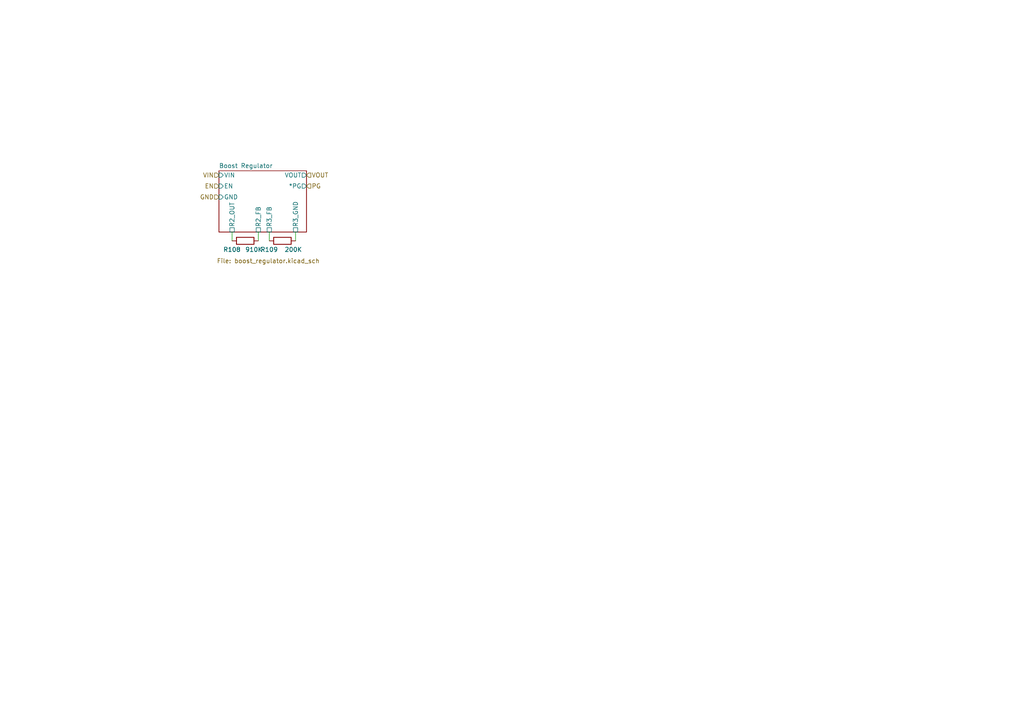
<source format=kicad_sch>
(kicad_sch (version 20231120) (generator "eeschema") (generator_version "8.0")
  (paper "A4")
  (lib_symbols
    (symbol "Device:R" (pin_numbers hide) (pin_names (offset 0))
      (property "Reference" "R" (at 2.032 0 90))
      (property "Value" "R" (at 0 0 90))
      (symbol "R_0_1"
        (rectangle (start -1.016 -2.54) (end 1.016 2.54) (stroke (width 0.254)))
      )
      (symbol "R_1_1"
        (pin passive line (at 0 3.81 270) (length 1.27) (name "~") (number "1"))
        (pin passive line (at 0 -3.81 90) (length 1.27) (name "~") (number "2"))
      )
    )
  )
  (wire (pts (xy 85.725 67.31) (xy 85.725 69.85)))
  (wire (pts (xy 78.105 67.31) (xy 78.105 69.85)))
  (wire (pts (xy 74.93 67.31) (xy 74.93 69.85)))
  (wire (pts (xy 67.31 67.31) (xy 67.31 69.85)))
  (hierarchical_label "EN" (shape input) (at 63.5 53.975 180))
  (hierarchical_label "GND" (shape input) (at 63.5 57.15 180))
  (hierarchical_label "VOUT" (shape input) (at 88.9 50.8 0))
  (hierarchical_label "VIN" (shape input) (at 63.5 50.8 180))
  (hierarchical_label "PG" (shape input) (at 88.9 53.975 0))
  (symbol (lib_id "Device:R") (at 71.12 69.85 90) (mirror x) (unit 1)
    (property "Reference" "R108" (at 69.8499 72.39 90) (effects (justify left)))
    (property "Value" "910K" (at 76.2 72.39 90) (effects (justify left)))
    (property "Footprint" "Resistor_SMD:R_0402_1005Metric_Pad0.72x0.64mm_HandSolder" (effects (hide yes)))
    (property "Description" "Resistor" (effects (hide yes)))
    (instances (project "EPS" (path "" (reference "R108") (unit 1)) (path "" (reference "R81") (unit 1))))
  )
  (symbol (lib_id "Device:R") (at 81.915 69.85 90) (mirror x) (unit 1)
    (property "Reference" "R109" (at 80.6449 72.39 90) (effects (justify left)))
    (property "Value" "200K" (at 87.63 72.39 90) (effects (justify left)))
    (property "Footprint" "Resistor_SMD:R_0402_1005Metric_Pad0.72x0.64mm_HandSolder" (effects (hide yes)))
    (property "Description" "Resistor" (effects (hide yes)))
    (instances (project "EPS" (path "" (reference "R109") (unit 1)) (path "" (reference "R82") (unit 1))))
  )
  (sheet (at 63.5 49.53) (size 25.4 17.78) (stroke (width 0.1524))
    (property "Sheetname" "Boost Regulator" (at 63.5 48.8184 0) (effects (justify left bottom)))
    (property "Sheetfile" "boost_regulator.kicad_sch" (at 62.865 74.93 0) (effects (justify left top)))
    (pin "VIN" input (at 63.5 50.8 180))
    (pin "R3_FB" passive (at 78.105 67.31 270))
    (pin "R3_GND" passive (at 85.725 67.31 270))
    (pin "VOUT" output (at 88.9 50.8 0))
    (pin "R2_FB" passive (at 74.93 67.31 270))
    (pin "R2_OUT" passive (at 67.31 67.31 270))
    (pin "*PG" output (at 88.9 53.975 0))
    (pin "EN" input (at 63.5 53.975 180))
    (pin "GND" input (at 63.5 57.15 180))
  )
)
</source>
